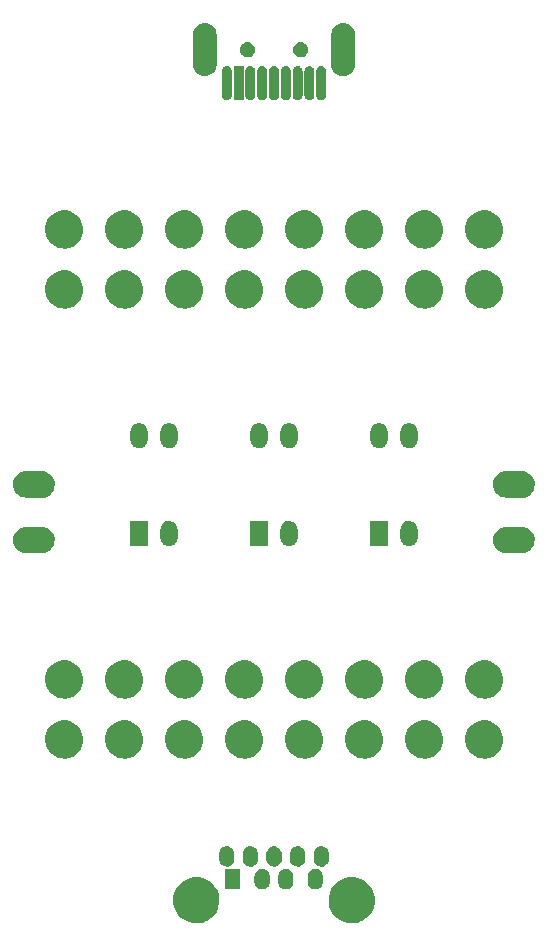
<source format=gts>
%TF.GenerationSoftware,KiCad,Pcbnew,4.0.1-stable*%
%TF.CreationDate,2016-02-23T23:31:04-05:00*%
%TF.ProjectId,USB Breakout v3.0,55534220427265616B6F75742076332E,3.0.1*%
%TF.FileFunction,Soldermask,Top*%
%FSLAX46Y46*%
G04 Gerber Fmt 4.6, Leading zero omitted, Abs format (unit mm)*
G04 Created by KiCad (PCBNEW 4.0.1-stable) date 2016-02-23 23:31:04*
%MOMM*%
G01*
G04 APERTURE LIST*
%ADD10C,0.025400*%
G04 APERTURE END LIST*
D10*
G36*
X24114900Y8659502D02*
X24489660Y8582575D01*
X24842339Y8434322D01*
X25159501Y8220394D01*
X25429080Y7948925D01*
X25640789Y7630279D01*
X25786577Y7276570D01*
X25860833Y6901551D01*
X25860833Y6901544D01*
X25860884Y6901286D01*
X25854782Y6464317D01*
X25854724Y6464062D01*
X25854724Y6464055D01*
X25770026Y6091253D01*
X25614419Y5741754D01*
X25393894Y5429141D01*
X25116843Y5165308D01*
X24793830Y4960319D01*
X24793828Y4960318D01*
X24718415Y4931067D01*
X24437144Y4821969D01*
X24060391Y4755537D01*
X23677897Y4763550D01*
X23304251Y4845701D01*
X22953680Y4998861D01*
X22639528Y5217203D01*
X22373775Y5492399D01*
X22166529Y5813981D01*
X22025696Y6169683D01*
X21956634Y6545973D01*
X21961976Y6928507D01*
X22041517Y7302716D01*
X22192228Y7654353D01*
X22408370Y7970020D01*
X22681704Y8237688D01*
X23001827Y8447171D01*
X23356546Y8590487D01*
X23732338Y8662173D01*
X24114900Y8659502D01*
X24114900Y8659502D01*
G37*
G36*
X37254900Y8659502D02*
X37629660Y8582575D01*
X37982339Y8434322D01*
X38299501Y8220394D01*
X38569080Y7948925D01*
X38780789Y7630279D01*
X38926577Y7276570D01*
X39000833Y6901551D01*
X39000833Y6901544D01*
X39000884Y6901286D01*
X38994782Y6464317D01*
X38994724Y6464062D01*
X38994724Y6464055D01*
X38910026Y6091253D01*
X38754419Y5741754D01*
X38533894Y5429141D01*
X38256843Y5165308D01*
X37933830Y4960319D01*
X37933828Y4960318D01*
X37858415Y4931067D01*
X37577144Y4821969D01*
X37200391Y4755537D01*
X36817897Y4763550D01*
X36444251Y4845701D01*
X36093680Y4998861D01*
X35779528Y5217203D01*
X35513775Y5492399D01*
X35306529Y5813981D01*
X35165696Y6169683D01*
X35096634Y6545973D01*
X35101976Y6928507D01*
X35181517Y7302716D01*
X35332228Y7654353D01*
X35548370Y7970020D01*
X35821704Y8237688D01*
X36141827Y8447171D01*
X36496546Y8590487D01*
X36872338Y8662173D01*
X37254900Y8659502D01*
X37254900Y8659502D01*
G37*
G36*
X29610825Y9351677D02*
X29610826Y9351677D01*
X29610862Y9351673D01*
X29732195Y9314114D01*
X29843923Y9253703D01*
X29941789Y9172741D01*
X30022065Y9074312D01*
X30081695Y8962166D01*
X30118406Y8840573D01*
X30130800Y8714165D01*
X30130800Y8285835D01*
X30130737Y8276748D01*
X30116578Y8150526D01*
X30078173Y8029458D01*
X30016984Y7918154D01*
X29935341Y7820856D01*
X29836354Y7741269D01*
X29723794Y7682424D01*
X29601948Y7646562D01*
X29601920Y7646559D01*
X29601912Y7646557D01*
X29475458Y7635050D01*
X29349175Y7648323D01*
X29349174Y7648323D01*
X29349138Y7648327D01*
X29227805Y7685886D01*
X29116077Y7746297D01*
X29018211Y7827259D01*
X28937935Y7925688D01*
X28878305Y8037834D01*
X28841594Y8159427D01*
X28829200Y8285835D01*
X28829200Y8714165D01*
X28829263Y8723252D01*
X28843422Y8849474D01*
X28881827Y8970542D01*
X28943016Y9081846D01*
X29024659Y9179144D01*
X29123646Y9258731D01*
X29236206Y9317576D01*
X29358052Y9353438D01*
X29358080Y9353441D01*
X29358088Y9353443D01*
X29484542Y9364950D01*
X29610825Y9351677D01*
X29610825Y9351677D01*
G37*
G36*
X34110825Y9351677D02*
X34110826Y9351677D01*
X34110862Y9351673D01*
X34232195Y9314114D01*
X34343923Y9253703D01*
X34441789Y9172741D01*
X34522065Y9074312D01*
X34581695Y8962166D01*
X34618406Y8840573D01*
X34630800Y8714165D01*
X34630800Y8285835D01*
X34630737Y8276748D01*
X34616578Y8150526D01*
X34578173Y8029458D01*
X34516984Y7918154D01*
X34435341Y7820856D01*
X34336354Y7741269D01*
X34223794Y7682424D01*
X34101948Y7646562D01*
X34101920Y7646559D01*
X34101912Y7646557D01*
X33975458Y7635050D01*
X33849175Y7648323D01*
X33849174Y7648323D01*
X33849138Y7648327D01*
X33727805Y7685886D01*
X33616077Y7746297D01*
X33518211Y7827259D01*
X33437935Y7925688D01*
X33378305Y8037834D01*
X33341594Y8159427D01*
X33329200Y8285835D01*
X33329200Y8714165D01*
X33329263Y8723252D01*
X33343422Y8849474D01*
X33381827Y8970542D01*
X33443016Y9081846D01*
X33524659Y9179144D01*
X33623646Y9258731D01*
X33736206Y9317576D01*
X33858052Y9353438D01*
X33858080Y9353441D01*
X33858088Y9353443D01*
X33984542Y9364950D01*
X34110825Y9351677D01*
X34110825Y9351677D01*
G37*
G36*
X31610825Y9351677D02*
X31610826Y9351677D01*
X31610862Y9351673D01*
X31732195Y9314114D01*
X31843923Y9253703D01*
X31941789Y9172741D01*
X32022065Y9074312D01*
X32081695Y8962166D01*
X32118406Y8840573D01*
X32130800Y8714165D01*
X32130800Y8285835D01*
X32130737Y8276748D01*
X32116578Y8150526D01*
X32078173Y8029458D01*
X32016984Y7918154D01*
X31935341Y7820856D01*
X31836354Y7741269D01*
X31723794Y7682424D01*
X31601948Y7646562D01*
X31601920Y7646559D01*
X31601912Y7646557D01*
X31475458Y7635050D01*
X31349175Y7648323D01*
X31349174Y7648323D01*
X31349138Y7648327D01*
X31227805Y7685886D01*
X31116077Y7746297D01*
X31018211Y7827259D01*
X30937935Y7925688D01*
X30878305Y8037834D01*
X30841594Y8159427D01*
X30829200Y8285835D01*
X30829200Y8714165D01*
X30829263Y8723252D01*
X30843422Y8849474D01*
X30881827Y8970542D01*
X30943016Y9081846D01*
X31024659Y9179144D01*
X31123646Y9258731D01*
X31236206Y9317576D01*
X31358052Y9353438D01*
X31358080Y9353441D01*
X31358088Y9353443D01*
X31484542Y9364950D01*
X31610825Y9351677D01*
X31610825Y9351677D01*
G37*
G36*
X27630800Y7639200D02*
X26329200Y7639200D01*
X26329200Y9360800D01*
X27630800Y9360800D01*
X27630800Y7639200D01*
X27630800Y7639200D01*
G37*
G36*
X28610825Y11271677D02*
X28610826Y11271677D01*
X28610862Y11271673D01*
X28732195Y11234114D01*
X28843923Y11173703D01*
X28941789Y11092741D01*
X29022065Y10994312D01*
X29081695Y10882166D01*
X29118406Y10760573D01*
X29130800Y10634165D01*
X29130800Y10205835D01*
X29130737Y10196748D01*
X29116578Y10070526D01*
X29078173Y9949458D01*
X29016984Y9838154D01*
X28935341Y9740856D01*
X28836354Y9661269D01*
X28723794Y9602424D01*
X28601948Y9566562D01*
X28601920Y9566559D01*
X28601912Y9566557D01*
X28475458Y9555050D01*
X28349175Y9568323D01*
X28349174Y9568323D01*
X28349138Y9568327D01*
X28227805Y9605886D01*
X28116077Y9666297D01*
X28018211Y9747259D01*
X27937935Y9845688D01*
X27878305Y9957834D01*
X27841594Y10079427D01*
X27829200Y10205835D01*
X27829200Y10634165D01*
X27829263Y10643252D01*
X27843422Y10769474D01*
X27881827Y10890542D01*
X27943016Y11001846D01*
X28024659Y11099144D01*
X28123646Y11178731D01*
X28236206Y11237576D01*
X28358052Y11273438D01*
X28358080Y11273441D01*
X28358088Y11273443D01*
X28484542Y11284950D01*
X28610825Y11271677D01*
X28610825Y11271677D01*
G37*
G36*
X26610825Y11271677D02*
X26610826Y11271677D01*
X26610862Y11271673D01*
X26732195Y11234114D01*
X26843923Y11173703D01*
X26941789Y11092741D01*
X27022065Y10994312D01*
X27081695Y10882166D01*
X27118406Y10760573D01*
X27130800Y10634165D01*
X27130800Y10205835D01*
X27130737Y10196748D01*
X27116578Y10070526D01*
X27078173Y9949458D01*
X27016984Y9838154D01*
X26935341Y9740856D01*
X26836354Y9661269D01*
X26723794Y9602424D01*
X26601948Y9566562D01*
X26601920Y9566559D01*
X26601912Y9566557D01*
X26475458Y9555050D01*
X26349175Y9568323D01*
X26349174Y9568323D01*
X26349138Y9568327D01*
X26227805Y9605886D01*
X26116077Y9666297D01*
X26018211Y9747259D01*
X25937935Y9845688D01*
X25878305Y9957834D01*
X25841594Y10079427D01*
X25829200Y10205835D01*
X25829200Y10634165D01*
X25829263Y10643252D01*
X25843422Y10769474D01*
X25881827Y10890542D01*
X25943016Y11001846D01*
X26024659Y11099144D01*
X26123646Y11178731D01*
X26236206Y11237576D01*
X26358052Y11273438D01*
X26358080Y11273441D01*
X26358088Y11273443D01*
X26484542Y11284950D01*
X26610825Y11271677D01*
X26610825Y11271677D01*
G37*
G36*
X30610825Y11271677D02*
X30610826Y11271677D01*
X30610862Y11271673D01*
X30732195Y11234114D01*
X30843923Y11173703D01*
X30941789Y11092741D01*
X31022065Y10994312D01*
X31081695Y10882166D01*
X31118406Y10760573D01*
X31130800Y10634165D01*
X31130800Y10205835D01*
X31130737Y10196748D01*
X31116578Y10070526D01*
X31078173Y9949458D01*
X31016984Y9838154D01*
X30935341Y9740856D01*
X30836354Y9661269D01*
X30723794Y9602424D01*
X30601948Y9566562D01*
X30601920Y9566559D01*
X30601912Y9566557D01*
X30475458Y9555050D01*
X30349175Y9568323D01*
X30349174Y9568323D01*
X30349138Y9568327D01*
X30227805Y9605886D01*
X30116077Y9666297D01*
X30018211Y9747259D01*
X29937935Y9845688D01*
X29878305Y9957834D01*
X29841594Y10079427D01*
X29829200Y10205835D01*
X29829200Y10634165D01*
X29829263Y10643252D01*
X29843422Y10769474D01*
X29881827Y10890542D01*
X29943016Y11001846D01*
X30024659Y11099144D01*
X30123646Y11178731D01*
X30236206Y11237576D01*
X30358052Y11273438D01*
X30358080Y11273441D01*
X30358088Y11273443D01*
X30484542Y11284950D01*
X30610825Y11271677D01*
X30610825Y11271677D01*
G37*
G36*
X32610825Y11271677D02*
X32610826Y11271677D01*
X32610862Y11271673D01*
X32732195Y11234114D01*
X32843923Y11173703D01*
X32941789Y11092741D01*
X33022065Y10994312D01*
X33081695Y10882166D01*
X33118406Y10760573D01*
X33130800Y10634165D01*
X33130800Y10205835D01*
X33130737Y10196748D01*
X33116578Y10070526D01*
X33078173Y9949458D01*
X33016984Y9838154D01*
X32935341Y9740856D01*
X32836354Y9661269D01*
X32723794Y9602424D01*
X32601948Y9566562D01*
X32601920Y9566559D01*
X32601912Y9566557D01*
X32475458Y9555050D01*
X32349175Y9568323D01*
X32349174Y9568323D01*
X32349138Y9568327D01*
X32227805Y9605886D01*
X32116077Y9666297D01*
X32018211Y9747259D01*
X31937935Y9845688D01*
X31878305Y9957834D01*
X31841594Y10079427D01*
X31829200Y10205835D01*
X31829200Y10634165D01*
X31829263Y10643252D01*
X31843422Y10769474D01*
X31881827Y10890542D01*
X31943016Y11001846D01*
X32024659Y11099144D01*
X32123646Y11178731D01*
X32236206Y11237576D01*
X32358052Y11273438D01*
X32358080Y11273441D01*
X32358088Y11273443D01*
X32484542Y11284950D01*
X32610825Y11271677D01*
X32610825Y11271677D01*
G37*
G36*
X34610825Y11271677D02*
X34610826Y11271677D01*
X34610862Y11271673D01*
X34732195Y11234114D01*
X34843923Y11173703D01*
X34941789Y11092741D01*
X35022065Y10994312D01*
X35081695Y10882166D01*
X35118406Y10760573D01*
X35130800Y10634165D01*
X35130800Y10205835D01*
X35130737Y10196748D01*
X35116578Y10070526D01*
X35078173Y9949458D01*
X35016984Y9838154D01*
X34935341Y9740856D01*
X34836354Y9661269D01*
X34723794Y9602424D01*
X34601948Y9566562D01*
X34601920Y9566559D01*
X34601912Y9566557D01*
X34475458Y9555050D01*
X34349175Y9568323D01*
X34349174Y9568323D01*
X34349138Y9568327D01*
X34227805Y9605886D01*
X34116077Y9666297D01*
X34018211Y9747259D01*
X33937935Y9845688D01*
X33878305Y9957834D01*
X33841594Y10079427D01*
X33829200Y10205835D01*
X33829200Y10634165D01*
X33829263Y10643252D01*
X33843422Y10769474D01*
X33881827Y10890542D01*
X33943016Y11001846D01*
X34024659Y11099144D01*
X34123646Y11178731D01*
X34236206Y11237576D01*
X34358052Y11273438D01*
X34358080Y11273441D01*
X34358088Y11273443D01*
X34484542Y11284950D01*
X34610825Y11271677D01*
X34610825Y11271677D01*
G37*
G36*
X12869408Y21931827D02*
X13179257Y21868224D01*
X13470848Y21745650D01*
X13733073Y21568778D01*
X13955960Y21344329D01*
X14130997Y21080877D01*
X14251534Y20788433D01*
X14312918Y20478418D01*
X14312918Y20478411D01*
X14312969Y20478153D01*
X14307924Y20116872D01*
X14307866Y20116617D01*
X14307866Y20116610D01*
X14237849Y19808427D01*
X14109195Y19519464D01*
X13926866Y19260997D01*
X13697808Y19042868D01*
X13430741Y18873383D01*
X13135837Y18758997D01*
X12824342Y18704071D01*
X12508099Y18710696D01*
X12199174Y18778618D01*
X11909326Y18905249D01*
X11649590Y19085770D01*
X11429864Y19313303D01*
X11258517Y19579182D01*
X11142078Y19873272D01*
X11084978Y20184384D01*
X11089395Y20500660D01*
X11155158Y20810051D01*
X11279765Y21100781D01*
X11458468Y21361771D01*
X11684458Y21583075D01*
X11949134Y21756275D01*
X12242409Y21874765D01*
X12553111Y21934035D01*
X12869408Y21931827D01*
X12869408Y21931827D01*
G37*
G36*
X28109408Y21931827D02*
X28419257Y21868224D01*
X28710848Y21745650D01*
X28973073Y21568778D01*
X29195960Y21344329D01*
X29370997Y21080877D01*
X29491534Y20788433D01*
X29552918Y20478418D01*
X29552918Y20478411D01*
X29552969Y20478153D01*
X29547924Y20116872D01*
X29547866Y20116617D01*
X29547866Y20116610D01*
X29477849Y19808427D01*
X29349195Y19519464D01*
X29166866Y19260997D01*
X28937808Y19042868D01*
X28670741Y18873383D01*
X28375837Y18758997D01*
X28064342Y18704071D01*
X27748099Y18710696D01*
X27439174Y18778618D01*
X27149326Y18905249D01*
X26889590Y19085770D01*
X26669864Y19313303D01*
X26498517Y19579182D01*
X26382078Y19873272D01*
X26324978Y20184384D01*
X26329395Y20500660D01*
X26395158Y20810051D01*
X26519765Y21100781D01*
X26698468Y21361771D01*
X26924458Y21583075D01*
X27189134Y21756275D01*
X27482409Y21874765D01*
X27793111Y21934035D01*
X28109408Y21931827D01*
X28109408Y21931827D01*
G37*
G36*
X38269408Y21931827D02*
X38579257Y21868224D01*
X38870848Y21745650D01*
X39133073Y21568778D01*
X39355960Y21344329D01*
X39530997Y21080877D01*
X39651534Y20788433D01*
X39712918Y20478418D01*
X39712918Y20478411D01*
X39712969Y20478153D01*
X39707924Y20116872D01*
X39707866Y20116617D01*
X39707866Y20116610D01*
X39637849Y19808427D01*
X39509195Y19519464D01*
X39326866Y19260997D01*
X39097808Y19042868D01*
X38830741Y18873383D01*
X38535837Y18758997D01*
X38224342Y18704071D01*
X37908099Y18710696D01*
X37599174Y18778618D01*
X37309326Y18905249D01*
X37049590Y19085770D01*
X36829864Y19313303D01*
X36658517Y19579182D01*
X36542078Y19873272D01*
X36484978Y20184384D01*
X36489395Y20500660D01*
X36555158Y20810051D01*
X36679765Y21100781D01*
X36858468Y21361771D01*
X37084458Y21583075D01*
X37349134Y21756275D01*
X37642409Y21874765D01*
X37953111Y21934035D01*
X38269408Y21931827D01*
X38269408Y21931827D01*
G37*
G36*
X43349408Y21931827D02*
X43659257Y21868224D01*
X43950848Y21745650D01*
X44213073Y21568778D01*
X44435960Y21344329D01*
X44610997Y21080877D01*
X44731534Y20788433D01*
X44792918Y20478418D01*
X44792918Y20478411D01*
X44792969Y20478153D01*
X44787924Y20116872D01*
X44787866Y20116617D01*
X44787866Y20116610D01*
X44717849Y19808427D01*
X44589195Y19519464D01*
X44406866Y19260997D01*
X44177808Y19042868D01*
X43910741Y18873383D01*
X43615837Y18758997D01*
X43304342Y18704071D01*
X42988099Y18710696D01*
X42679174Y18778618D01*
X42389326Y18905249D01*
X42129590Y19085770D01*
X41909864Y19313303D01*
X41738517Y19579182D01*
X41622078Y19873272D01*
X41564978Y20184384D01*
X41569395Y20500660D01*
X41635158Y20810051D01*
X41759765Y21100781D01*
X41938468Y21361771D01*
X42164458Y21583075D01*
X42429134Y21756275D01*
X42722409Y21874765D01*
X43033111Y21934035D01*
X43349408Y21931827D01*
X43349408Y21931827D01*
G37*
G36*
X48429408Y21931827D02*
X48739257Y21868224D01*
X49030848Y21745650D01*
X49293073Y21568778D01*
X49515960Y21344329D01*
X49690997Y21080877D01*
X49811534Y20788433D01*
X49872918Y20478418D01*
X49872918Y20478411D01*
X49872969Y20478153D01*
X49867924Y20116872D01*
X49867866Y20116617D01*
X49867866Y20116610D01*
X49797849Y19808427D01*
X49669195Y19519464D01*
X49486866Y19260997D01*
X49257808Y19042868D01*
X48990741Y18873383D01*
X48695837Y18758997D01*
X48384342Y18704071D01*
X48068099Y18710696D01*
X47759174Y18778618D01*
X47469326Y18905249D01*
X47209590Y19085770D01*
X46989864Y19313303D01*
X46818517Y19579182D01*
X46702078Y19873272D01*
X46644978Y20184384D01*
X46649395Y20500660D01*
X46715158Y20810051D01*
X46839765Y21100781D01*
X47018468Y21361771D01*
X47244458Y21583075D01*
X47509134Y21756275D01*
X47802409Y21874765D01*
X48113111Y21934035D01*
X48429408Y21931827D01*
X48429408Y21931827D01*
G37*
G36*
X23029408Y21931827D02*
X23339257Y21868224D01*
X23630848Y21745650D01*
X23893073Y21568778D01*
X24115960Y21344329D01*
X24290997Y21080877D01*
X24411534Y20788433D01*
X24472918Y20478418D01*
X24472918Y20478411D01*
X24472969Y20478153D01*
X24467924Y20116872D01*
X24467866Y20116617D01*
X24467866Y20116610D01*
X24397849Y19808427D01*
X24269195Y19519464D01*
X24086866Y19260997D01*
X23857808Y19042868D01*
X23590741Y18873383D01*
X23295837Y18758997D01*
X22984342Y18704071D01*
X22668099Y18710696D01*
X22359174Y18778618D01*
X22069326Y18905249D01*
X21809590Y19085770D01*
X21589864Y19313303D01*
X21418517Y19579182D01*
X21302078Y19873272D01*
X21244978Y20184384D01*
X21249395Y20500660D01*
X21315158Y20810051D01*
X21439765Y21100781D01*
X21618468Y21361771D01*
X21844458Y21583075D01*
X22109134Y21756275D01*
X22402409Y21874765D01*
X22713111Y21934035D01*
X23029408Y21931827D01*
X23029408Y21931827D01*
G37*
G36*
X17949408Y21931827D02*
X18259257Y21868224D01*
X18550848Y21745650D01*
X18813073Y21568778D01*
X19035960Y21344329D01*
X19210997Y21080877D01*
X19331534Y20788433D01*
X19392918Y20478418D01*
X19392918Y20478411D01*
X19392969Y20478153D01*
X19387924Y20116872D01*
X19387866Y20116617D01*
X19387866Y20116610D01*
X19317849Y19808427D01*
X19189195Y19519464D01*
X19006866Y19260997D01*
X18777808Y19042868D01*
X18510741Y18873383D01*
X18215837Y18758997D01*
X17904342Y18704071D01*
X17588099Y18710696D01*
X17279174Y18778618D01*
X16989326Y18905249D01*
X16729590Y19085770D01*
X16509864Y19313303D01*
X16338517Y19579182D01*
X16222078Y19873272D01*
X16164978Y20184384D01*
X16169395Y20500660D01*
X16235158Y20810051D01*
X16359765Y21100781D01*
X16538468Y21361771D01*
X16764458Y21583075D01*
X17029134Y21756275D01*
X17322409Y21874765D01*
X17633111Y21934035D01*
X17949408Y21931827D01*
X17949408Y21931827D01*
G37*
G36*
X33189408Y21931827D02*
X33499257Y21868224D01*
X33790848Y21745650D01*
X34053073Y21568778D01*
X34275960Y21344329D01*
X34450997Y21080877D01*
X34571534Y20788433D01*
X34632918Y20478418D01*
X34632918Y20478411D01*
X34632969Y20478153D01*
X34627924Y20116872D01*
X34627866Y20116617D01*
X34627866Y20116610D01*
X34557849Y19808427D01*
X34429195Y19519464D01*
X34246866Y19260997D01*
X34017808Y19042868D01*
X33750741Y18873383D01*
X33455837Y18758997D01*
X33144342Y18704071D01*
X32828099Y18710696D01*
X32519174Y18778618D01*
X32229326Y18905249D01*
X31969590Y19085770D01*
X31749864Y19313303D01*
X31578517Y19579182D01*
X31462078Y19873272D01*
X31404978Y20184384D01*
X31409395Y20500660D01*
X31475158Y20810051D01*
X31599765Y21100781D01*
X31778468Y21361771D01*
X32004458Y21583075D01*
X32269134Y21756275D01*
X32562409Y21874765D01*
X32873111Y21934035D01*
X33189408Y21931827D01*
X33189408Y21931827D01*
G37*
G36*
X48429408Y27011827D02*
X48739257Y26948224D01*
X49030848Y26825650D01*
X49293073Y26648778D01*
X49515960Y26424329D01*
X49690997Y26160877D01*
X49811534Y25868433D01*
X49872918Y25558418D01*
X49872918Y25558411D01*
X49872969Y25558153D01*
X49867924Y25196872D01*
X49867866Y25196617D01*
X49867866Y25196610D01*
X49797849Y24888427D01*
X49669195Y24599464D01*
X49486866Y24340997D01*
X49257808Y24122868D01*
X48990741Y23953383D01*
X48695837Y23838997D01*
X48384342Y23784071D01*
X48068099Y23790696D01*
X47759174Y23858618D01*
X47469326Y23985249D01*
X47209590Y24165770D01*
X46989864Y24393303D01*
X46818517Y24659182D01*
X46702078Y24953272D01*
X46644978Y25264384D01*
X46649395Y25580660D01*
X46715158Y25890051D01*
X46839765Y26180781D01*
X47018468Y26441771D01*
X47244458Y26663075D01*
X47509134Y26836275D01*
X47802409Y26954765D01*
X48113111Y27014035D01*
X48429408Y27011827D01*
X48429408Y27011827D01*
G37*
G36*
X12869408Y27011827D02*
X13179257Y26948224D01*
X13470848Y26825650D01*
X13733073Y26648778D01*
X13955960Y26424329D01*
X14130997Y26160877D01*
X14251534Y25868433D01*
X14312918Y25558418D01*
X14312918Y25558411D01*
X14312969Y25558153D01*
X14307924Y25196872D01*
X14307866Y25196617D01*
X14307866Y25196610D01*
X14237849Y24888427D01*
X14109195Y24599464D01*
X13926866Y24340997D01*
X13697808Y24122868D01*
X13430741Y23953383D01*
X13135837Y23838997D01*
X12824342Y23784071D01*
X12508099Y23790696D01*
X12199174Y23858618D01*
X11909326Y23985249D01*
X11649590Y24165770D01*
X11429864Y24393303D01*
X11258517Y24659182D01*
X11142078Y24953272D01*
X11084978Y25264384D01*
X11089395Y25580660D01*
X11155158Y25890051D01*
X11279765Y26180781D01*
X11458468Y26441771D01*
X11684458Y26663075D01*
X11949134Y26836275D01*
X12242409Y26954765D01*
X12553111Y27014035D01*
X12869408Y27011827D01*
X12869408Y27011827D01*
G37*
G36*
X17949408Y27011827D02*
X18259257Y26948224D01*
X18550848Y26825650D01*
X18813073Y26648778D01*
X19035960Y26424329D01*
X19210997Y26160877D01*
X19331534Y25868433D01*
X19392918Y25558418D01*
X19392918Y25558411D01*
X19392969Y25558153D01*
X19387924Y25196872D01*
X19387866Y25196617D01*
X19387866Y25196610D01*
X19317849Y24888427D01*
X19189195Y24599464D01*
X19006866Y24340997D01*
X18777808Y24122868D01*
X18510741Y23953383D01*
X18215837Y23838997D01*
X17904342Y23784071D01*
X17588099Y23790696D01*
X17279174Y23858618D01*
X16989326Y23985249D01*
X16729590Y24165770D01*
X16509864Y24393303D01*
X16338517Y24659182D01*
X16222078Y24953272D01*
X16164978Y25264384D01*
X16169395Y25580660D01*
X16235158Y25890051D01*
X16359765Y26180781D01*
X16538468Y26441771D01*
X16764458Y26663075D01*
X17029134Y26836275D01*
X17322409Y26954765D01*
X17633111Y27014035D01*
X17949408Y27011827D01*
X17949408Y27011827D01*
G37*
G36*
X23029408Y27011827D02*
X23339257Y26948224D01*
X23630848Y26825650D01*
X23893073Y26648778D01*
X24115960Y26424329D01*
X24290997Y26160877D01*
X24411534Y25868433D01*
X24472918Y25558418D01*
X24472918Y25558411D01*
X24472969Y25558153D01*
X24467924Y25196872D01*
X24467866Y25196617D01*
X24467866Y25196610D01*
X24397849Y24888427D01*
X24269195Y24599464D01*
X24086866Y24340997D01*
X23857808Y24122868D01*
X23590741Y23953383D01*
X23295837Y23838997D01*
X22984342Y23784071D01*
X22668099Y23790696D01*
X22359174Y23858618D01*
X22069326Y23985249D01*
X21809590Y24165770D01*
X21589864Y24393303D01*
X21418517Y24659182D01*
X21302078Y24953272D01*
X21244978Y25264384D01*
X21249395Y25580660D01*
X21315158Y25890051D01*
X21439765Y26180781D01*
X21618468Y26441771D01*
X21844458Y26663075D01*
X22109134Y26836275D01*
X22402409Y26954765D01*
X22713111Y27014035D01*
X23029408Y27011827D01*
X23029408Y27011827D01*
G37*
G36*
X28109408Y27011827D02*
X28419257Y26948224D01*
X28710848Y26825650D01*
X28973073Y26648778D01*
X29195960Y26424329D01*
X29370997Y26160877D01*
X29491534Y25868433D01*
X29552918Y25558418D01*
X29552918Y25558411D01*
X29552969Y25558153D01*
X29547924Y25196872D01*
X29547866Y25196617D01*
X29547866Y25196610D01*
X29477849Y24888427D01*
X29349195Y24599464D01*
X29166866Y24340997D01*
X28937808Y24122868D01*
X28670741Y23953383D01*
X28375837Y23838997D01*
X28064342Y23784071D01*
X27748099Y23790696D01*
X27439174Y23858618D01*
X27149326Y23985249D01*
X26889590Y24165770D01*
X26669864Y24393303D01*
X26498517Y24659182D01*
X26382078Y24953272D01*
X26324978Y25264384D01*
X26329395Y25580660D01*
X26395158Y25890051D01*
X26519765Y26180781D01*
X26698468Y26441771D01*
X26924458Y26663075D01*
X27189134Y26836275D01*
X27482409Y26954765D01*
X27793111Y27014035D01*
X28109408Y27011827D01*
X28109408Y27011827D01*
G37*
G36*
X33189408Y27011827D02*
X33499257Y26948224D01*
X33790848Y26825650D01*
X34053073Y26648778D01*
X34275960Y26424329D01*
X34450997Y26160877D01*
X34571534Y25868433D01*
X34632918Y25558418D01*
X34632918Y25558411D01*
X34632969Y25558153D01*
X34627924Y25196872D01*
X34627866Y25196617D01*
X34627866Y25196610D01*
X34557849Y24888427D01*
X34429195Y24599464D01*
X34246866Y24340997D01*
X34017808Y24122868D01*
X33750741Y23953383D01*
X33455837Y23838997D01*
X33144342Y23784071D01*
X32828099Y23790696D01*
X32519174Y23858618D01*
X32229326Y23985249D01*
X31969590Y24165770D01*
X31749864Y24393303D01*
X31578517Y24659182D01*
X31462078Y24953272D01*
X31404978Y25264384D01*
X31409395Y25580660D01*
X31475158Y25890051D01*
X31599765Y26180781D01*
X31778468Y26441771D01*
X32004458Y26663075D01*
X32269134Y26836275D01*
X32562409Y26954765D01*
X32873111Y27014035D01*
X33189408Y27011827D01*
X33189408Y27011827D01*
G37*
G36*
X38269408Y27011827D02*
X38579257Y26948224D01*
X38870848Y26825650D01*
X39133073Y26648778D01*
X39355960Y26424329D01*
X39530997Y26160877D01*
X39651534Y25868433D01*
X39712918Y25558418D01*
X39712918Y25558411D01*
X39712969Y25558153D01*
X39707924Y25196872D01*
X39707866Y25196617D01*
X39707866Y25196610D01*
X39637849Y24888427D01*
X39509195Y24599464D01*
X39326866Y24340997D01*
X39097808Y24122868D01*
X38830741Y23953383D01*
X38535837Y23838997D01*
X38224342Y23784071D01*
X37908099Y23790696D01*
X37599174Y23858618D01*
X37309326Y23985249D01*
X37049590Y24165770D01*
X36829864Y24393303D01*
X36658517Y24659182D01*
X36542078Y24953272D01*
X36484978Y25264384D01*
X36489395Y25580660D01*
X36555158Y25890051D01*
X36679765Y26180781D01*
X36858468Y26441771D01*
X37084458Y26663075D01*
X37349134Y26836275D01*
X37642409Y26954765D01*
X37953111Y27014035D01*
X38269408Y27011827D01*
X38269408Y27011827D01*
G37*
G36*
X43349408Y27011827D02*
X43659257Y26948224D01*
X43950848Y26825650D01*
X44213073Y26648778D01*
X44435960Y26424329D01*
X44610997Y26160877D01*
X44731534Y25868433D01*
X44792918Y25558418D01*
X44792918Y25558411D01*
X44792969Y25558153D01*
X44787924Y25196872D01*
X44787866Y25196617D01*
X44787866Y25196610D01*
X44717849Y24888427D01*
X44589195Y24599464D01*
X44406866Y24340997D01*
X44177808Y24122868D01*
X43910741Y23953383D01*
X43615837Y23838997D01*
X43304342Y23784071D01*
X42988099Y23790696D01*
X42679174Y23858618D01*
X42389326Y23985249D01*
X42129590Y24165770D01*
X41909864Y24393303D01*
X41738517Y24659182D01*
X41622078Y24953272D01*
X41564978Y25264384D01*
X41569395Y25580660D01*
X41635158Y25890051D01*
X41759765Y26180781D01*
X41938468Y26441771D01*
X42164458Y26663075D01*
X42429134Y26836275D01*
X42722409Y26954765D01*
X43033111Y27014035D01*
X43349408Y27011827D01*
X43349408Y27011827D01*
G37*
G36*
X10807640Y38335702D02*
X10807651Y38335701D01*
X10809190Y38335690D01*
X11027538Y38311199D01*
X11236971Y38244763D01*
X11429511Y38138913D01*
X11597824Y37997681D01*
X11735500Y37826447D01*
X11837295Y37631732D01*
X11899330Y37420954D01*
X11899332Y37420931D01*
X11899336Y37420918D01*
X11919246Y37202142D01*
X11896283Y36983663D01*
X11896280Y36983653D01*
X11896277Y36983626D01*
X11831305Y36773735D01*
X11726801Y36580461D01*
X11586748Y36411165D01*
X11416479Y36272297D01*
X11222480Y36169146D01*
X11012140Y36105641D01*
X10793471Y36084200D01*
X9526465Y36084200D01*
X9512360Y36084298D01*
X9512349Y36084299D01*
X9510810Y36084310D01*
X9292462Y36108801D01*
X9083029Y36175237D01*
X8890489Y36281087D01*
X8722176Y36422319D01*
X8584500Y36593553D01*
X8482705Y36788268D01*
X8420670Y36999046D01*
X8420668Y36999069D01*
X8420664Y36999082D01*
X8400754Y37217858D01*
X8423717Y37436337D01*
X8423720Y37436347D01*
X8423723Y37436374D01*
X8488695Y37646265D01*
X8593199Y37839539D01*
X8733252Y38008835D01*
X8903521Y38147703D01*
X9097520Y38250854D01*
X9307860Y38314359D01*
X9526529Y38335800D01*
X10793535Y38335800D01*
X10807640Y38335702D01*
X10807640Y38335702D01*
G37*
G36*
X51447640Y38335702D02*
X51447651Y38335701D01*
X51449190Y38335690D01*
X51667538Y38311199D01*
X51876971Y38244763D01*
X52069511Y38138913D01*
X52237824Y37997681D01*
X52375500Y37826447D01*
X52477295Y37631732D01*
X52539330Y37420954D01*
X52539332Y37420931D01*
X52539336Y37420918D01*
X52559246Y37202142D01*
X52536283Y36983663D01*
X52536280Y36983653D01*
X52536277Y36983626D01*
X52471305Y36773735D01*
X52366801Y36580461D01*
X52226748Y36411165D01*
X52056479Y36272297D01*
X51862480Y36169146D01*
X51652140Y36105641D01*
X51433471Y36084200D01*
X50166465Y36084200D01*
X50152360Y36084298D01*
X50152349Y36084299D01*
X50150810Y36084310D01*
X49932462Y36108801D01*
X49723029Y36175237D01*
X49530489Y36281087D01*
X49362176Y36422319D01*
X49224500Y36593553D01*
X49122705Y36788268D01*
X49060670Y36999046D01*
X49060668Y36999069D01*
X49060664Y36999082D01*
X49040754Y37217858D01*
X49063717Y37436337D01*
X49063720Y37436347D01*
X49063723Y37436374D01*
X49128695Y37646265D01*
X49233199Y37839539D01*
X49373252Y38008835D01*
X49543521Y38147703D01*
X49737520Y38250854D01*
X49947860Y38314359D01*
X50166529Y38335800D01*
X51433535Y38335800D01*
X51447640Y38335702D01*
X51447640Y38335702D01*
G37*
G36*
X31895903Y38816127D02*
X31895912Y38816124D01*
X31895942Y38816121D01*
X32031259Y38774233D01*
X32155862Y38706860D01*
X32265006Y38616569D01*
X32354534Y38506797D01*
X32421036Y38381726D01*
X32461977Y38246120D01*
X32475800Y38105145D01*
X32475800Y37419791D01*
X32475741Y37411272D01*
X32475740Y37411261D01*
X32475729Y37409721D01*
X32459940Y37268953D01*
X32417108Y37133932D01*
X32348867Y37009802D01*
X32257816Y36901291D01*
X32147421Y36812531D01*
X32021889Y36746905D01*
X31886001Y36706911D01*
X31885975Y36706909D01*
X31885966Y36706906D01*
X31744933Y36694071D01*
X31604097Y36708873D01*
X31604088Y36708876D01*
X31604058Y36708879D01*
X31468741Y36750767D01*
X31344138Y36818140D01*
X31234994Y36908431D01*
X31145466Y37018203D01*
X31078964Y37143274D01*
X31038023Y37278880D01*
X31024200Y37419855D01*
X31024200Y38105209D01*
X31024259Y38113728D01*
X31024260Y38113739D01*
X31024271Y38115279D01*
X31040060Y38256047D01*
X31082892Y38391068D01*
X31151133Y38515198D01*
X31242184Y38623709D01*
X31352579Y38712469D01*
X31478111Y38778095D01*
X31613999Y38818089D01*
X31614025Y38818091D01*
X31614034Y38818094D01*
X31755067Y38830929D01*
X31895903Y38816127D01*
X31895903Y38816127D01*
G37*
G36*
X21735903Y38816127D02*
X21735912Y38816124D01*
X21735942Y38816121D01*
X21871259Y38774233D01*
X21995862Y38706860D01*
X22105006Y38616569D01*
X22194534Y38506797D01*
X22261036Y38381726D01*
X22301977Y38246120D01*
X22315800Y38105145D01*
X22315800Y37419791D01*
X22315741Y37411272D01*
X22315740Y37411261D01*
X22315729Y37409721D01*
X22299940Y37268953D01*
X22257108Y37133932D01*
X22188867Y37009802D01*
X22097816Y36901291D01*
X21987421Y36812531D01*
X21861889Y36746905D01*
X21726001Y36706911D01*
X21725975Y36706909D01*
X21725966Y36706906D01*
X21584933Y36694071D01*
X21444097Y36708873D01*
X21444088Y36708876D01*
X21444058Y36708879D01*
X21308741Y36750767D01*
X21184138Y36818140D01*
X21074994Y36908431D01*
X20985466Y37018203D01*
X20918964Y37143274D01*
X20878023Y37278880D01*
X20864200Y37419855D01*
X20864200Y38105209D01*
X20864259Y38113728D01*
X20864260Y38113739D01*
X20864271Y38115279D01*
X20880060Y38256047D01*
X20922892Y38391068D01*
X20991133Y38515198D01*
X21082184Y38623709D01*
X21192579Y38712469D01*
X21318111Y38778095D01*
X21453999Y38818089D01*
X21454025Y38818091D01*
X21454034Y38818094D01*
X21595067Y38830929D01*
X21735903Y38816127D01*
X21735903Y38816127D01*
G37*
G36*
X42055903Y38816127D02*
X42055912Y38816124D01*
X42055942Y38816121D01*
X42191259Y38774233D01*
X42315862Y38706860D01*
X42425006Y38616569D01*
X42514534Y38506797D01*
X42581036Y38381726D01*
X42621977Y38246120D01*
X42635800Y38105145D01*
X42635800Y37419791D01*
X42635741Y37411272D01*
X42635740Y37411261D01*
X42635729Y37409721D01*
X42619940Y37268953D01*
X42577108Y37133932D01*
X42508867Y37009802D01*
X42417816Y36901291D01*
X42307421Y36812531D01*
X42181889Y36746905D01*
X42046001Y36706911D01*
X42045975Y36706909D01*
X42045966Y36706906D01*
X41904933Y36694071D01*
X41764097Y36708873D01*
X41764088Y36708876D01*
X41764058Y36708879D01*
X41628741Y36750767D01*
X41504138Y36818140D01*
X41394994Y36908431D01*
X41305466Y37018203D01*
X41238964Y37143274D01*
X41198023Y37278880D01*
X41184200Y37419855D01*
X41184200Y38105209D01*
X41184259Y38113728D01*
X41184260Y38113739D01*
X41184271Y38115279D01*
X41200060Y38256047D01*
X41242892Y38391068D01*
X41311133Y38515198D01*
X41402184Y38623709D01*
X41512579Y38712469D01*
X41638111Y38778095D01*
X41773999Y38818089D01*
X41774025Y38818091D01*
X41774034Y38818094D01*
X41915067Y38830929D01*
X42055903Y38816127D01*
X42055903Y38816127D01*
G37*
G36*
X40095800Y36699200D02*
X38644200Y36699200D01*
X38644200Y38825800D01*
X40095800Y38825800D01*
X40095800Y36699200D01*
X40095800Y36699200D01*
G37*
G36*
X19775800Y36699200D02*
X18324200Y36699200D01*
X18324200Y38825800D01*
X19775800Y38825800D01*
X19775800Y36699200D01*
X19775800Y36699200D01*
G37*
G36*
X29935800Y36699200D02*
X28484200Y36699200D01*
X28484200Y38825800D01*
X29935800Y38825800D01*
X29935800Y36699200D01*
X29935800Y36699200D01*
G37*
G36*
X10807640Y43035702D02*
X10807651Y43035701D01*
X10809190Y43035690D01*
X11027538Y43011199D01*
X11236971Y42944763D01*
X11429511Y42838913D01*
X11597824Y42697681D01*
X11735500Y42526447D01*
X11837295Y42331732D01*
X11899330Y42120954D01*
X11899332Y42120931D01*
X11899336Y42120918D01*
X11919246Y41902142D01*
X11896283Y41683663D01*
X11896280Y41683653D01*
X11896277Y41683626D01*
X11831305Y41473735D01*
X11726801Y41280461D01*
X11586748Y41111165D01*
X11416479Y40972297D01*
X11222480Y40869146D01*
X11012140Y40805641D01*
X10793471Y40784200D01*
X9526465Y40784200D01*
X9512360Y40784298D01*
X9512349Y40784299D01*
X9510810Y40784310D01*
X9292462Y40808801D01*
X9083029Y40875237D01*
X8890489Y40981087D01*
X8722176Y41122319D01*
X8584500Y41293553D01*
X8482705Y41488268D01*
X8420670Y41699046D01*
X8420668Y41699069D01*
X8420664Y41699082D01*
X8400754Y41917858D01*
X8423717Y42136337D01*
X8423720Y42136347D01*
X8423723Y42136374D01*
X8488695Y42346265D01*
X8593199Y42539539D01*
X8733252Y42708835D01*
X8903521Y42847703D01*
X9097520Y42950854D01*
X9307860Y43014359D01*
X9526529Y43035800D01*
X10793535Y43035800D01*
X10807640Y43035702D01*
X10807640Y43035702D01*
G37*
G36*
X51447640Y43035702D02*
X51447651Y43035701D01*
X51449190Y43035690D01*
X51667538Y43011199D01*
X51876971Y42944763D01*
X52069511Y42838913D01*
X52237824Y42697681D01*
X52375500Y42526447D01*
X52477295Y42331732D01*
X52539330Y42120954D01*
X52539332Y42120931D01*
X52539336Y42120918D01*
X52559246Y41902142D01*
X52536283Y41683663D01*
X52536280Y41683653D01*
X52536277Y41683626D01*
X52471305Y41473735D01*
X52366801Y41280461D01*
X52226748Y41111165D01*
X52056479Y40972297D01*
X51862480Y40869146D01*
X51652140Y40805641D01*
X51433471Y40784200D01*
X50166465Y40784200D01*
X50152360Y40784298D01*
X50152349Y40784299D01*
X50150810Y40784310D01*
X49932462Y40808801D01*
X49723029Y40875237D01*
X49530489Y40981087D01*
X49362176Y41122319D01*
X49224500Y41293553D01*
X49122705Y41488268D01*
X49060670Y41699046D01*
X49060668Y41699069D01*
X49060664Y41699082D01*
X49040754Y41917858D01*
X49063717Y42136337D01*
X49063720Y42136347D01*
X49063723Y42136374D01*
X49128695Y42346265D01*
X49233199Y42539539D01*
X49373252Y42708835D01*
X49543521Y42847703D01*
X49737520Y42950854D01*
X49947860Y43014359D01*
X50166529Y43035800D01*
X51433535Y43035800D01*
X51447640Y43035702D01*
X51447640Y43035702D01*
G37*
G36*
X19195903Y47111127D02*
X19195912Y47111124D01*
X19195942Y47111121D01*
X19331259Y47069233D01*
X19455862Y47001860D01*
X19565006Y46911569D01*
X19654534Y46801797D01*
X19721036Y46676726D01*
X19761977Y46541120D01*
X19775800Y46400145D01*
X19775800Y45714791D01*
X19775741Y45706272D01*
X19775740Y45706261D01*
X19775729Y45704721D01*
X19759940Y45563953D01*
X19717108Y45428932D01*
X19648867Y45304802D01*
X19557816Y45196291D01*
X19447421Y45107531D01*
X19321889Y45041905D01*
X19186001Y45001911D01*
X19185975Y45001909D01*
X19185966Y45001906D01*
X19044933Y44989071D01*
X18904097Y45003873D01*
X18904088Y45003876D01*
X18904058Y45003879D01*
X18768741Y45045767D01*
X18644138Y45113140D01*
X18534994Y45203431D01*
X18445466Y45313203D01*
X18378964Y45438274D01*
X18338023Y45573880D01*
X18324200Y45714855D01*
X18324200Y46400209D01*
X18324259Y46408728D01*
X18324260Y46408739D01*
X18324271Y46410279D01*
X18340060Y46551047D01*
X18382892Y46686068D01*
X18451133Y46810198D01*
X18542184Y46918709D01*
X18652579Y47007469D01*
X18778111Y47073095D01*
X18913999Y47113089D01*
X18914025Y47113091D01*
X18914034Y47113094D01*
X19055067Y47125929D01*
X19195903Y47111127D01*
X19195903Y47111127D01*
G37*
G36*
X42055903Y47111127D02*
X42055912Y47111124D01*
X42055942Y47111121D01*
X42191259Y47069233D01*
X42315862Y47001860D01*
X42425006Y46911569D01*
X42514534Y46801797D01*
X42581036Y46676726D01*
X42621977Y46541120D01*
X42635800Y46400145D01*
X42635800Y45714791D01*
X42635741Y45706272D01*
X42635740Y45706261D01*
X42635729Y45704721D01*
X42619940Y45563953D01*
X42577108Y45428932D01*
X42508867Y45304802D01*
X42417816Y45196291D01*
X42307421Y45107531D01*
X42181889Y45041905D01*
X42046001Y45001911D01*
X42045975Y45001909D01*
X42045966Y45001906D01*
X41904933Y44989071D01*
X41764097Y45003873D01*
X41764088Y45003876D01*
X41764058Y45003879D01*
X41628741Y45045767D01*
X41504138Y45113140D01*
X41394994Y45203431D01*
X41305466Y45313203D01*
X41238964Y45438274D01*
X41198023Y45573880D01*
X41184200Y45714855D01*
X41184200Y46400209D01*
X41184259Y46408728D01*
X41184260Y46408739D01*
X41184271Y46410279D01*
X41200060Y46551047D01*
X41242892Y46686068D01*
X41311133Y46810198D01*
X41402184Y46918709D01*
X41512579Y47007469D01*
X41638111Y47073095D01*
X41773999Y47113089D01*
X41774025Y47113091D01*
X41774034Y47113094D01*
X41915067Y47125929D01*
X42055903Y47111127D01*
X42055903Y47111127D01*
G37*
G36*
X39515903Y47111127D02*
X39515912Y47111124D01*
X39515942Y47111121D01*
X39651259Y47069233D01*
X39775862Y47001860D01*
X39885006Y46911569D01*
X39974534Y46801797D01*
X40041036Y46676726D01*
X40081977Y46541120D01*
X40095800Y46400145D01*
X40095800Y45714791D01*
X40095741Y45706272D01*
X40095740Y45706261D01*
X40095729Y45704721D01*
X40079940Y45563953D01*
X40037108Y45428932D01*
X39968867Y45304802D01*
X39877816Y45196291D01*
X39767421Y45107531D01*
X39641889Y45041905D01*
X39506001Y45001911D01*
X39505975Y45001909D01*
X39505966Y45001906D01*
X39364933Y44989071D01*
X39224097Y45003873D01*
X39224088Y45003876D01*
X39224058Y45003879D01*
X39088741Y45045767D01*
X38964138Y45113140D01*
X38854994Y45203431D01*
X38765466Y45313203D01*
X38698964Y45438274D01*
X38658023Y45573880D01*
X38644200Y45714855D01*
X38644200Y46400209D01*
X38644259Y46408728D01*
X38644260Y46408739D01*
X38644271Y46410279D01*
X38660060Y46551047D01*
X38702892Y46686068D01*
X38771133Y46810198D01*
X38862184Y46918709D01*
X38972579Y47007469D01*
X39098111Y47073095D01*
X39233999Y47113089D01*
X39234025Y47113091D01*
X39234034Y47113094D01*
X39375067Y47125929D01*
X39515903Y47111127D01*
X39515903Y47111127D01*
G37*
G36*
X31895903Y47111127D02*
X31895912Y47111124D01*
X31895942Y47111121D01*
X32031259Y47069233D01*
X32155862Y47001860D01*
X32265006Y46911569D01*
X32354534Y46801797D01*
X32421036Y46676726D01*
X32461977Y46541120D01*
X32475800Y46400145D01*
X32475800Y45714791D01*
X32475741Y45706272D01*
X32475740Y45706261D01*
X32475729Y45704721D01*
X32459940Y45563953D01*
X32417108Y45428932D01*
X32348867Y45304802D01*
X32257816Y45196291D01*
X32147421Y45107531D01*
X32021889Y45041905D01*
X31886001Y45001911D01*
X31885975Y45001909D01*
X31885966Y45001906D01*
X31744933Y44989071D01*
X31604097Y45003873D01*
X31604088Y45003876D01*
X31604058Y45003879D01*
X31468741Y45045767D01*
X31344138Y45113140D01*
X31234994Y45203431D01*
X31145466Y45313203D01*
X31078964Y45438274D01*
X31038023Y45573880D01*
X31024200Y45714855D01*
X31024200Y46400209D01*
X31024259Y46408728D01*
X31024260Y46408739D01*
X31024271Y46410279D01*
X31040060Y46551047D01*
X31082892Y46686068D01*
X31151133Y46810198D01*
X31242184Y46918709D01*
X31352579Y47007469D01*
X31478111Y47073095D01*
X31613999Y47113089D01*
X31614025Y47113091D01*
X31614034Y47113094D01*
X31755067Y47125929D01*
X31895903Y47111127D01*
X31895903Y47111127D01*
G37*
G36*
X29355903Y47111127D02*
X29355912Y47111124D01*
X29355942Y47111121D01*
X29491259Y47069233D01*
X29615862Y47001860D01*
X29725006Y46911569D01*
X29814534Y46801797D01*
X29881036Y46676726D01*
X29921977Y46541120D01*
X29935800Y46400145D01*
X29935800Y45714791D01*
X29935741Y45706272D01*
X29935740Y45706261D01*
X29935729Y45704721D01*
X29919940Y45563953D01*
X29877108Y45428932D01*
X29808867Y45304802D01*
X29717816Y45196291D01*
X29607421Y45107531D01*
X29481889Y45041905D01*
X29346001Y45001911D01*
X29345975Y45001909D01*
X29345966Y45001906D01*
X29204933Y44989071D01*
X29064097Y45003873D01*
X29064088Y45003876D01*
X29064058Y45003879D01*
X28928741Y45045767D01*
X28804138Y45113140D01*
X28694994Y45203431D01*
X28605466Y45313203D01*
X28538964Y45438274D01*
X28498023Y45573880D01*
X28484200Y45714855D01*
X28484200Y46400209D01*
X28484259Y46408728D01*
X28484260Y46408739D01*
X28484271Y46410279D01*
X28500060Y46551047D01*
X28542892Y46686068D01*
X28611133Y46810198D01*
X28702184Y46918709D01*
X28812579Y47007469D01*
X28938111Y47073095D01*
X29073999Y47113089D01*
X29074025Y47113091D01*
X29074034Y47113094D01*
X29215067Y47125929D01*
X29355903Y47111127D01*
X29355903Y47111127D01*
G37*
G36*
X21735903Y47111127D02*
X21735912Y47111124D01*
X21735942Y47111121D01*
X21871259Y47069233D01*
X21995862Y47001860D01*
X22105006Y46911569D01*
X22194534Y46801797D01*
X22261036Y46676726D01*
X22301977Y46541120D01*
X22315800Y46400145D01*
X22315800Y45714791D01*
X22315741Y45706272D01*
X22315740Y45706261D01*
X22315729Y45704721D01*
X22299940Y45563953D01*
X22257108Y45428932D01*
X22188867Y45304802D01*
X22097816Y45196291D01*
X21987421Y45107531D01*
X21861889Y45041905D01*
X21726001Y45001911D01*
X21725975Y45001909D01*
X21725966Y45001906D01*
X21584933Y44989071D01*
X21444097Y45003873D01*
X21444088Y45003876D01*
X21444058Y45003879D01*
X21308741Y45045767D01*
X21184138Y45113140D01*
X21074994Y45203431D01*
X20985466Y45313203D01*
X20918964Y45438274D01*
X20878023Y45573880D01*
X20864200Y45714855D01*
X20864200Y46400209D01*
X20864259Y46408728D01*
X20864260Y46408739D01*
X20864271Y46410279D01*
X20880060Y46551047D01*
X20922892Y46686068D01*
X20991133Y46810198D01*
X21082184Y46918709D01*
X21192579Y47007469D01*
X21318111Y47073095D01*
X21453999Y47113089D01*
X21454025Y47113091D01*
X21454034Y47113094D01*
X21595067Y47125929D01*
X21735903Y47111127D01*
X21735903Y47111127D01*
G37*
G36*
X23029408Y60031827D02*
X23339257Y59968224D01*
X23630848Y59845650D01*
X23893073Y59668778D01*
X24115960Y59444329D01*
X24290997Y59180877D01*
X24411534Y58888433D01*
X24472918Y58578418D01*
X24472918Y58578411D01*
X24472969Y58578153D01*
X24467924Y58216872D01*
X24467866Y58216617D01*
X24467866Y58216610D01*
X24397849Y57908427D01*
X24269195Y57619464D01*
X24086866Y57360997D01*
X23857808Y57142868D01*
X23590741Y56973383D01*
X23295837Y56858997D01*
X22984342Y56804071D01*
X22668099Y56810696D01*
X22359174Y56878618D01*
X22069326Y57005249D01*
X21809590Y57185770D01*
X21589864Y57413303D01*
X21418517Y57679182D01*
X21302078Y57973272D01*
X21244978Y58284384D01*
X21249395Y58600660D01*
X21315158Y58910051D01*
X21439765Y59200781D01*
X21618468Y59461771D01*
X21844458Y59683075D01*
X22109134Y59856275D01*
X22402409Y59974765D01*
X22713111Y60034035D01*
X23029408Y60031827D01*
X23029408Y60031827D01*
G37*
G36*
X12869408Y60031827D02*
X13179257Y59968224D01*
X13470848Y59845650D01*
X13733073Y59668778D01*
X13955960Y59444329D01*
X14130997Y59180877D01*
X14251534Y58888433D01*
X14312918Y58578418D01*
X14312918Y58578411D01*
X14312969Y58578153D01*
X14307924Y58216872D01*
X14307866Y58216617D01*
X14307866Y58216610D01*
X14237849Y57908427D01*
X14109195Y57619464D01*
X13926866Y57360997D01*
X13697808Y57142868D01*
X13430741Y56973383D01*
X13135837Y56858997D01*
X12824342Y56804071D01*
X12508099Y56810696D01*
X12199174Y56878618D01*
X11909326Y57005249D01*
X11649590Y57185770D01*
X11429864Y57413303D01*
X11258517Y57679182D01*
X11142078Y57973272D01*
X11084978Y58284384D01*
X11089395Y58600660D01*
X11155158Y58910051D01*
X11279765Y59200781D01*
X11458468Y59461771D01*
X11684458Y59683075D01*
X11949134Y59856275D01*
X12242409Y59974765D01*
X12553111Y60034035D01*
X12869408Y60031827D01*
X12869408Y60031827D01*
G37*
G36*
X17949408Y60031827D02*
X18259257Y59968224D01*
X18550848Y59845650D01*
X18813073Y59668778D01*
X19035960Y59444329D01*
X19210997Y59180877D01*
X19331534Y58888433D01*
X19392918Y58578418D01*
X19392918Y58578411D01*
X19392969Y58578153D01*
X19387924Y58216872D01*
X19387866Y58216617D01*
X19387866Y58216610D01*
X19317849Y57908427D01*
X19189195Y57619464D01*
X19006866Y57360997D01*
X18777808Y57142868D01*
X18510741Y56973383D01*
X18215837Y56858997D01*
X17904342Y56804071D01*
X17588099Y56810696D01*
X17279174Y56878618D01*
X16989326Y57005249D01*
X16729590Y57185770D01*
X16509864Y57413303D01*
X16338517Y57679182D01*
X16222078Y57973272D01*
X16164978Y58284384D01*
X16169395Y58600660D01*
X16235158Y58910051D01*
X16359765Y59200781D01*
X16538468Y59461771D01*
X16764458Y59683075D01*
X17029134Y59856275D01*
X17322409Y59974765D01*
X17633111Y60034035D01*
X17949408Y60031827D01*
X17949408Y60031827D01*
G37*
G36*
X48429408Y60031827D02*
X48739257Y59968224D01*
X49030848Y59845650D01*
X49293073Y59668778D01*
X49515960Y59444329D01*
X49690997Y59180877D01*
X49811534Y58888433D01*
X49872918Y58578418D01*
X49872918Y58578411D01*
X49872969Y58578153D01*
X49867924Y58216872D01*
X49867866Y58216617D01*
X49867866Y58216610D01*
X49797849Y57908427D01*
X49669195Y57619464D01*
X49486866Y57360997D01*
X49257808Y57142868D01*
X48990741Y56973383D01*
X48695837Y56858997D01*
X48384342Y56804071D01*
X48068099Y56810696D01*
X47759174Y56878618D01*
X47469326Y57005249D01*
X47209590Y57185770D01*
X46989864Y57413303D01*
X46818517Y57679182D01*
X46702078Y57973272D01*
X46644978Y58284384D01*
X46649395Y58600660D01*
X46715158Y58910051D01*
X46839765Y59200781D01*
X47018468Y59461771D01*
X47244458Y59683075D01*
X47509134Y59856275D01*
X47802409Y59974765D01*
X48113111Y60034035D01*
X48429408Y60031827D01*
X48429408Y60031827D01*
G37*
G36*
X43349408Y60031827D02*
X43659257Y59968224D01*
X43950848Y59845650D01*
X44213073Y59668778D01*
X44435960Y59444329D01*
X44610997Y59180877D01*
X44731534Y58888433D01*
X44792918Y58578418D01*
X44792918Y58578411D01*
X44792969Y58578153D01*
X44787924Y58216872D01*
X44787866Y58216617D01*
X44787866Y58216610D01*
X44717849Y57908427D01*
X44589195Y57619464D01*
X44406866Y57360997D01*
X44177808Y57142868D01*
X43910741Y56973383D01*
X43615837Y56858997D01*
X43304342Y56804071D01*
X42988099Y56810696D01*
X42679174Y56878618D01*
X42389326Y57005249D01*
X42129590Y57185770D01*
X41909864Y57413303D01*
X41738517Y57679182D01*
X41622078Y57973272D01*
X41564978Y58284384D01*
X41569395Y58600660D01*
X41635158Y58910051D01*
X41759765Y59200781D01*
X41938468Y59461771D01*
X42164458Y59683075D01*
X42429134Y59856275D01*
X42722409Y59974765D01*
X43033111Y60034035D01*
X43349408Y60031827D01*
X43349408Y60031827D01*
G37*
G36*
X38269408Y60031827D02*
X38579257Y59968224D01*
X38870848Y59845650D01*
X39133073Y59668778D01*
X39355960Y59444329D01*
X39530997Y59180877D01*
X39651534Y58888433D01*
X39712918Y58578418D01*
X39712918Y58578411D01*
X39712969Y58578153D01*
X39707924Y58216872D01*
X39707866Y58216617D01*
X39707866Y58216610D01*
X39637849Y57908427D01*
X39509195Y57619464D01*
X39326866Y57360997D01*
X39097808Y57142868D01*
X38830741Y56973383D01*
X38535837Y56858997D01*
X38224342Y56804071D01*
X37908099Y56810696D01*
X37599174Y56878618D01*
X37309326Y57005249D01*
X37049590Y57185770D01*
X36829864Y57413303D01*
X36658517Y57679182D01*
X36542078Y57973272D01*
X36484978Y58284384D01*
X36489395Y58600660D01*
X36555158Y58910051D01*
X36679765Y59200781D01*
X36858468Y59461771D01*
X37084458Y59683075D01*
X37349134Y59856275D01*
X37642409Y59974765D01*
X37953111Y60034035D01*
X38269408Y60031827D01*
X38269408Y60031827D01*
G37*
G36*
X33189408Y60031827D02*
X33499257Y59968224D01*
X33790848Y59845650D01*
X34053073Y59668778D01*
X34275960Y59444329D01*
X34450997Y59180877D01*
X34571534Y58888433D01*
X34632918Y58578418D01*
X34632918Y58578411D01*
X34632969Y58578153D01*
X34627924Y58216872D01*
X34627866Y58216617D01*
X34627866Y58216610D01*
X34557849Y57908427D01*
X34429195Y57619464D01*
X34246866Y57360997D01*
X34017808Y57142868D01*
X33750741Y56973383D01*
X33455837Y56858997D01*
X33144342Y56804071D01*
X32828099Y56810696D01*
X32519174Y56878618D01*
X32229326Y57005249D01*
X31969590Y57185770D01*
X31749864Y57413303D01*
X31578517Y57679182D01*
X31462078Y57973272D01*
X31404978Y58284384D01*
X31409395Y58600660D01*
X31475158Y58910051D01*
X31599765Y59200781D01*
X31778468Y59461771D01*
X32004458Y59683075D01*
X32269134Y59856275D01*
X32562409Y59974765D01*
X32873111Y60034035D01*
X33189408Y60031827D01*
X33189408Y60031827D01*
G37*
G36*
X28109408Y60031827D02*
X28419257Y59968224D01*
X28710848Y59845650D01*
X28973073Y59668778D01*
X29195960Y59444329D01*
X29370997Y59180877D01*
X29491534Y58888433D01*
X29552918Y58578418D01*
X29552918Y58578411D01*
X29552969Y58578153D01*
X29547924Y58216872D01*
X29547866Y58216617D01*
X29547866Y58216610D01*
X29477849Y57908427D01*
X29349195Y57619464D01*
X29166866Y57360997D01*
X28937808Y57142868D01*
X28670741Y56973383D01*
X28375837Y56858997D01*
X28064342Y56804071D01*
X27748099Y56810696D01*
X27439174Y56878618D01*
X27149326Y57005249D01*
X26889590Y57185770D01*
X26669864Y57413303D01*
X26498517Y57679182D01*
X26382078Y57973272D01*
X26324978Y58284384D01*
X26329395Y58600660D01*
X26395158Y58910051D01*
X26519765Y59200781D01*
X26698468Y59461771D01*
X26924458Y59683075D01*
X27189134Y59856275D01*
X27482409Y59974765D01*
X27793111Y60034035D01*
X28109408Y60031827D01*
X28109408Y60031827D01*
G37*
G36*
X12869408Y65111827D02*
X13179257Y65048224D01*
X13470848Y64925650D01*
X13733073Y64748778D01*
X13955960Y64524329D01*
X14130997Y64260877D01*
X14251534Y63968433D01*
X14312918Y63658418D01*
X14312918Y63658411D01*
X14312969Y63658153D01*
X14307924Y63296872D01*
X14307866Y63296617D01*
X14307866Y63296610D01*
X14237849Y62988427D01*
X14109195Y62699464D01*
X13926866Y62440997D01*
X13697808Y62222868D01*
X13430741Y62053383D01*
X13135837Y61938997D01*
X12824342Y61884071D01*
X12508099Y61890696D01*
X12199174Y61958618D01*
X11909326Y62085249D01*
X11649590Y62265770D01*
X11429864Y62493303D01*
X11258517Y62759182D01*
X11142078Y63053272D01*
X11084978Y63364384D01*
X11089395Y63680660D01*
X11155158Y63990051D01*
X11279765Y64280781D01*
X11458468Y64541771D01*
X11684458Y64763075D01*
X11949134Y64936275D01*
X12242409Y65054765D01*
X12553111Y65114035D01*
X12869408Y65111827D01*
X12869408Y65111827D01*
G37*
G36*
X17949408Y65111827D02*
X18259257Y65048224D01*
X18550848Y64925650D01*
X18813073Y64748778D01*
X19035960Y64524329D01*
X19210997Y64260877D01*
X19331534Y63968433D01*
X19392918Y63658418D01*
X19392918Y63658411D01*
X19392969Y63658153D01*
X19387924Y63296872D01*
X19387866Y63296617D01*
X19387866Y63296610D01*
X19317849Y62988427D01*
X19189195Y62699464D01*
X19006866Y62440997D01*
X18777808Y62222868D01*
X18510741Y62053383D01*
X18215837Y61938997D01*
X17904342Y61884071D01*
X17588099Y61890696D01*
X17279174Y61958618D01*
X16989326Y62085249D01*
X16729590Y62265770D01*
X16509864Y62493303D01*
X16338517Y62759182D01*
X16222078Y63053272D01*
X16164978Y63364384D01*
X16169395Y63680660D01*
X16235158Y63990051D01*
X16359765Y64280781D01*
X16538468Y64541771D01*
X16764458Y64763075D01*
X17029134Y64936275D01*
X17322409Y65054765D01*
X17633111Y65114035D01*
X17949408Y65111827D01*
X17949408Y65111827D01*
G37*
G36*
X23029408Y65111827D02*
X23339257Y65048224D01*
X23630848Y64925650D01*
X23893073Y64748778D01*
X24115960Y64524329D01*
X24290997Y64260877D01*
X24411534Y63968433D01*
X24472918Y63658418D01*
X24472918Y63658411D01*
X24472969Y63658153D01*
X24467924Y63296872D01*
X24467866Y63296617D01*
X24467866Y63296610D01*
X24397849Y62988427D01*
X24269195Y62699464D01*
X24086866Y62440997D01*
X23857808Y62222868D01*
X23590741Y62053383D01*
X23295837Y61938997D01*
X22984342Y61884071D01*
X22668099Y61890696D01*
X22359174Y61958618D01*
X22069326Y62085249D01*
X21809590Y62265770D01*
X21589864Y62493303D01*
X21418517Y62759182D01*
X21302078Y63053272D01*
X21244978Y63364384D01*
X21249395Y63680660D01*
X21315158Y63990051D01*
X21439765Y64280781D01*
X21618468Y64541771D01*
X21844458Y64763075D01*
X22109134Y64936275D01*
X22402409Y65054765D01*
X22713111Y65114035D01*
X23029408Y65111827D01*
X23029408Y65111827D01*
G37*
G36*
X33189408Y65111827D02*
X33499257Y65048224D01*
X33790848Y64925650D01*
X34053073Y64748778D01*
X34275960Y64524329D01*
X34450997Y64260877D01*
X34571534Y63968433D01*
X34632918Y63658418D01*
X34632918Y63658411D01*
X34632969Y63658153D01*
X34627924Y63296872D01*
X34627866Y63296617D01*
X34627866Y63296610D01*
X34557849Y62988427D01*
X34429195Y62699464D01*
X34246866Y62440997D01*
X34017808Y62222868D01*
X33750741Y62053383D01*
X33455837Y61938997D01*
X33144342Y61884071D01*
X32828099Y61890696D01*
X32519174Y61958618D01*
X32229326Y62085249D01*
X31969590Y62265770D01*
X31749864Y62493303D01*
X31578517Y62759182D01*
X31462078Y63053272D01*
X31404978Y63364384D01*
X31409395Y63680660D01*
X31475158Y63990051D01*
X31599765Y64280781D01*
X31778468Y64541771D01*
X32004458Y64763075D01*
X32269134Y64936275D01*
X32562409Y65054765D01*
X32873111Y65114035D01*
X33189408Y65111827D01*
X33189408Y65111827D01*
G37*
G36*
X38269408Y65111827D02*
X38579257Y65048224D01*
X38870848Y64925650D01*
X39133073Y64748778D01*
X39355960Y64524329D01*
X39530997Y64260877D01*
X39651534Y63968433D01*
X39712918Y63658418D01*
X39712918Y63658411D01*
X39712969Y63658153D01*
X39707924Y63296872D01*
X39707866Y63296617D01*
X39707866Y63296610D01*
X39637849Y62988427D01*
X39509195Y62699464D01*
X39326866Y62440997D01*
X39097808Y62222868D01*
X38830741Y62053383D01*
X38535837Y61938997D01*
X38224342Y61884071D01*
X37908099Y61890696D01*
X37599174Y61958618D01*
X37309326Y62085249D01*
X37049590Y62265770D01*
X36829864Y62493303D01*
X36658517Y62759182D01*
X36542078Y63053272D01*
X36484978Y63364384D01*
X36489395Y63680660D01*
X36555158Y63990051D01*
X36679765Y64280781D01*
X36858468Y64541771D01*
X37084458Y64763075D01*
X37349134Y64936275D01*
X37642409Y65054765D01*
X37953111Y65114035D01*
X38269408Y65111827D01*
X38269408Y65111827D01*
G37*
G36*
X43349408Y65111827D02*
X43659257Y65048224D01*
X43950848Y64925650D01*
X44213073Y64748778D01*
X44435960Y64524329D01*
X44610997Y64260877D01*
X44731534Y63968433D01*
X44792918Y63658418D01*
X44792918Y63658411D01*
X44792969Y63658153D01*
X44787924Y63296872D01*
X44787866Y63296617D01*
X44787866Y63296610D01*
X44717849Y62988427D01*
X44589195Y62699464D01*
X44406866Y62440997D01*
X44177808Y62222868D01*
X43910741Y62053383D01*
X43615837Y61938997D01*
X43304342Y61884071D01*
X42988099Y61890696D01*
X42679174Y61958618D01*
X42389326Y62085249D01*
X42129590Y62265770D01*
X41909864Y62493303D01*
X41738517Y62759182D01*
X41622078Y63053272D01*
X41564978Y63364384D01*
X41569395Y63680660D01*
X41635158Y63990051D01*
X41759765Y64280781D01*
X41938468Y64541771D01*
X42164458Y64763075D01*
X42429134Y64936275D01*
X42722409Y65054765D01*
X43033111Y65114035D01*
X43349408Y65111827D01*
X43349408Y65111827D01*
G37*
G36*
X48429408Y65111827D02*
X48739257Y65048224D01*
X49030848Y64925650D01*
X49293073Y64748778D01*
X49515960Y64524329D01*
X49690997Y64260877D01*
X49811534Y63968433D01*
X49872918Y63658418D01*
X49872918Y63658411D01*
X49872969Y63658153D01*
X49867924Y63296872D01*
X49867866Y63296617D01*
X49867866Y63296610D01*
X49797849Y62988427D01*
X49669195Y62699464D01*
X49486866Y62440997D01*
X49257808Y62222868D01*
X48990741Y62053383D01*
X48695837Y61938997D01*
X48384342Y61884071D01*
X48068099Y61890696D01*
X47759174Y61958618D01*
X47469326Y62085249D01*
X47209590Y62265770D01*
X46989864Y62493303D01*
X46818517Y62759182D01*
X46702078Y63053272D01*
X46644978Y63364384D01*
X46649395Y63680660D01*
X46715158Y63990051D01*
X46839765Y64280781D01*
X47018468Y64541771D01*
X47244458Y64763075D01*
X47509134Y64936275D01*
X47802409Y65054765D01*
X48113111Y65114035D01*
X48429408Y65111827D01*
X48429408Y65111827D01*
G37*
G36*
X28109408Y65111827D02*
X28419257Y65048224D01*
X28710848Y64925650D01*
X28973073Y64748778D01*
X29195960Y64524329D01*
X29370997Y64260877D01*
X29491534Y63968433D01*
X29552918Y63658418D01*
X29552918Y63658411D01*
X29552969Y63658153D01*
X29547924Y63296872D01*
X29547866Y63296617D01*
X29547866Y63296610D01*
X29477849Y62988427D01*
X29349195Y62699464D01*
X29166866Y62440997D01*
X28937808Y62222868D01*
X28670741Y62053383D01*
X28375837Y61938997D01*
X28064342Y61884071D01*
X27748099Y61890696D01*
X27439174Y61958618D01*
X27149326Y62085249D01*
X26889590Y62265770D01*
X26669864Y62493303D01*
X26498517Y62759182D01*
X26382078Y63053272D01*
X26324978Y63364384D01*
X26329395Y63680660D01*
X26395158Y63990051D01*
X26519765Y64280781D01*
X26698468Y64541771D01*
X26924458Y64763075D01*
X27189134Y64936275D01*
X27482409Y65054765D01*
X27793111Y65114035D01*
X28109408Y65111827D01*
X28109408Y65111827D01*
G37*
G36*
X32564577Y77329182D02*
X32564587Y77329179D01*
X32564614Y77329176D01*
X32643067Y77304891D01*
X32715308Y77265830D01*
X32778587Y77213481D01*
X32830493Y77149838D01*
X32869049Y77077325D01*
X32892786Y76998705D01*
X32900800Y76916971D01*
X32900800Y74863029D01*
X32900759Y74857154D01*
X32891605Y74775540D01*
X32866772Y74697258D01*
X32827208Y74625291D01*
X32774418Y74562379D01*
X32710415Y74510919D01*
X32637634Y74472870D01*
X32558850Y74449683D01*
X32558832Y74449681D01*
X32558814Y74449676D01*
X32477063Y74442237D01*
X32395423Y74450818D01*
X32395413Y74450821D01*
X32395386Y74450824D01*
X32316933Y74475109D01*
X32244692Y74514170D01*
X32181413Y74566519D01*
X32129507Y74630162D01*
X32090951Y74702675D01*
X32067214Y74781295D01*
X32059200Y74863029D01*
X32059200Y76916971D01*
X32059241Y76922846D01*
X32068395Y77004460D01*
X32093228Y77082742D01*
X32132792Y77154709D01*
X32185582Y77217621D01*
X32249585Y77269081D01*
X32322366Y77307130D01*
X32401150Y77330317D01*
X32401168Y77330319D01*
X32401186Y77330324D01*
X32482937Y77337763D01*
X32564577Y77329182D01*
X32564577Y77329182D01*
G37*
G36*
X26564577Y77329182D02*
X26564587Y77329179D01*
X26564614Y77329176D01*
X26643067Y77304891D01*
X26715308Y77265830D01*
X26778587Y77213481D01*
X26830493Y77149838D01*
X26869049Y77077325D01*
X26892786Y76998705D01*
X26900800Y76916971D01*
X26900800Y74863029D01*
X26900759Y74857154D01*
X26891605Y74775540D01*
X26866772Y74697258D01*
X26827208Y74625291D01*
X26774418Y74562379D01*
X26710415Y74510919D01*
X26637634Y74472870D01*
X26558850Y74449683D01*
X26558832Y74449681D01*
X26558814Y74449676D01*
X26477063Y74442237D01*
X26395423Y74450818D01*
X26395413Y74450821D01*
X26395386Y74450824D01*
X26316933Y74475109D01*
X26244692Y74514170D01*
X26181413Y74566519D01*
X26129507Y74630162D01*
X26090951Y74702675D01*
X26067214Y74781295D01*
X26059200Y74863029D01*
X26059200Y76916971D01*
X26059241Y76922846D01*
X26068395Y77004460D01*
X26093228Y77082742D01*
X26132792Y77154709D01*
X26185582Y77217621D01*
X26249585Y77269081D01*
X26322366Y77307130D01*
X26401150Y77330317D01*
X26401168Y77330319D01*
X26401186Y77330324D01*
X26482937Y77337763D01*
X26564577Y77329182D01*
X26564577Y77329182D01*
G37*
G36*
X30564577Y77329182D02*
X30564587Y77329179D01*
X30564614Y77329176D01*
X30643067Y77304891D01*
X30715308Y77265830D01*
X30778587Y77213481D01*
X30830493Y77149838D01*
X30869049Y77077325D01*
X30892786Y76998705D01*
X30900800Y76916971D01*
X30900800Y74863029D01*
X30900759Y74857154D01*
X30891605Y74775540D01*
X30866772Y74697258D01*
X30827208Y74625291D01*
X30774418Y74562379D01*
X30710415Y74510919D01*
X30637634Y74472870D01*
X30558850Y74449683D01*
X30558832Y74449681D01*
X30558814Y74449676D01*
X30477063Y74442237D01*
X30395423Y74450818D01*
X30395413Y74450821D01*
X30395386Y74450824D01*
X30316933Y74475109D01*
X30244692Y74514170D01*
X30181413Y74566519D01*
X30129507Y74630162D01*
X30090951Y74702675D01*
X30067214Y74781295D01*
X30059200Y74863029D01*
X30059200Y76916971D01*
X30059241Y76922846D01*
X30068395Y77004460D01*
X30093228Y77082742D01*
X30132792Y77154709D01*
X30185582Y77217621D01*
X30249585Y77269081D01*
X30322366Y77307130D01*
X30401150Y77330317D01*
X30401168Y77330319D01*
X30401186Y77330324D01*
X30482937Y77337763D01*
X30564577Y77329182D01*
X30564577Y77329182D01*
G37*
G36*
X31564577Y77329182D02*
X31564587Y77329179D01*
X31564614Y77329176D01*
X31643067Y77304891D01*
X31715308Y77265830D01*
X31778587Y77213481D01*
X31830493Y77149838D01*
X31869049Y77077325D01*
X31892786Y76998705D01*
X31900800Y76916971D01*
X31900800Y74863029D01*
X31900759Y74857154D01*
X31891605Y74775540D01*
X31866772Y74697258D01*
X31827208Y74625291D01*
X31774418Y74562379D01*
X31710415Y74510919D01*
X31637634Y74472870D01*
X31558850Y74449683D01*
X31558832Y74449681D01*
X31558814Y74449676D01*
X31477063Y74442237D01*
X31395423Y74450818D01*
X31395413Y74450821D01*
X31395386Y74450824D01*
X31316933Y74475109D01*
X31244692Y74514170D01*
X31181413Y74566519D01*
X31129507Y74630162D01*
X31090951Y74702675D01*
X31067214Y74781295D01*
X31059200Y74863029D01*
X31059200Y76916971D01*
X31059241Y76922846D01*
X31068395Y77004460D01*
X31093228Y77082742D01*
X31132792Y77154709D01*
X31185582Y77217621D01*
X31249585Y77269081D01*
X31322366Y77307130D01*
X31401150Y77330317D01*
X31401168Y77330319D01*
X31401186Y77330324D01*
X31482937Y77337763D01*
X31564577Y77329182D01*
X31564577Y77329182D01*
G37*
G36*
X33564577Y77329182D02*
X33564587Y77329179D01*
X33564614Y77329176D01*
X33643067Y77304891D01*
X33715308Y77265830D01*
X33778587Y77213481D01*
X33830493Y77149838D01*
X33869049Y77077325D01*
X33892786Y76998705D01*
X33900800Y76916971D01*
X33900800Y74863029D01*
X33900759Y74857154D01*
X33891605Y74775540D01*
X33866772Y74697258D01*
X33827208Y74625291D01*
X33774418Y74562379D01*
X33710415Y74510919D01*
X33637634Y74472870D01*
X33558850Y74449683D01*
X33558832Y74449681D01*
X33558814Y74449676D01*
X33477063Y74442237D01*
X33395423Y74450818D01*
X33395413Y74450821D01*
X33395386Y74450824D01*
X33316933Y74475109D01*
X33244692Y74514170D01*
X33181413Y74566519D01*
X33129507Y74630162D01*
X33090951Y74702675D01*
X33067214Y74781295D01*
X33059200Y74863029D01*
X33059200Y76916971D01*
X33059241Y76922846D01*
X33068395Y77004460D01*
X33093228Y77082742D01*
X33132792Y77154709D01*
X33185582Y77217621D01*
X33249585Y77269081D01*
X33322366Y77307130D01*
X33401150Y77330317D01*
X33401168Y77330319D01*
X33401186Y77330324D01*
X33482937Y77337763D01*
X33564577Y77329182D01*
X33564577Y77329182D01*
G37*
G36*
X34564577Y77329182D02*
X34564587Y77329179D01*
X34564614Y77329176D01*
X34643067Y77304891D01*
X34715308Y77265830D01*
X34778587Y77213481D01*
X34830493Y77149838D01*
X34869049Y77077325D01*
X34892786Y76998705D01*
X34900800Y76916971D01*
X34900800Y74863029D01*
X34900759Y74857154D01*
X34891605Y74775540D01*
X34866772Y74697258D01*
X34827208Y74625291D01*
X34774418Y74562379D01*
X34710415Y74510919D01*
X34637634Y74472870D01*
X34558850Y74449683D01*
X34558832Y74449681D01*
X34558814Y74449676D01*
X34477063Y74442237D01*
X34395423Y74450818D01*
X34395413Y74450821D01*
X34395386Y74450824D01*
X34316933Y74475109D01*
X34244692Y74514170D01*
X34181413Y74566519D01*
X34129507Y74630162D01*
X34090951Y74702675D01*
X34067214Y74781295D01*
X34059200Y74863029D01*
X34059200Y76916971D01*
X34059241Y76922846D01*
X34068395Y77004460D01*
X34093228Y77082742D01*
X34132792Y77154709D01*
X34185582Y77217621D01*
X34249585Y77269081D01*
X34322366Y77307130D01*
X34401150Y77330317D01*
X34401168Y77330319D01*
X34401186Y77330324D01*
X34482937Y77337763D01*
X34564577Y77329182D01*
X34564577Y77329182D01*
G37*
G36*
X29564577Y77329182D02*
X29564587Y77329179D01*
X29564614Y77329176D01*
X29643067Y77304891D01*
X29715308Y77265830D01*
X29778587Y77213481D01*
X29830493Y77149838D01*
X29869049Y77077325D01*
X29892786Y76998705D01*
X29900800Y76916971D01*
X29900800Y74863029D01*
X29900759Y74857154D01*
X29891605Y74775540D01*
X29866772Y74697258D01*
X29827208Y74625291D01*
X29774418Y74562379D01*
X29710415Y74510919D01*
X29637634Y74472870D01*
X29558850Y74449683D01*
X29558832Y74449681D01*
X29558814Y74449676D01*
X29477063Y74442237D01*
X29395423Y74450818D01*
X29395413Y74450821D01*
X29395386Y74450824D01*
X29316933Y74475109D01*
X29244692Y74514170D01*
X29181413Y74566519D01*
X29129507Y74630162D01*
X29090951Y74702675D01*
X29067214Y74781295D01*
X29059200Y74863029D01*
X29059200Y76916971D01*
X29059241Y76922846D01*
X29068395Y77004460D01*
X29093228Y77082742D01*
X29132792Y77154709D01*
X29185582Y77217621D01*
X29249585Y77269081D01*
X29322366Y77307130D01*
X29401150Y77330317D01*
X29401168Y77330319D01*
X29401186Y77330324D01*
X29482937Y77337763D01*
X29564577Y77329182D01*
X29564577Y77329182D01*
G37*
G36*
X28564577Y77329182D02*
X28564587Y77329179D01*
X28564614Y77329176D01*
X28643067Y77304891D01*
X28715308Y77265830D01*
X28778587Y77213481D01*
X28830493Y77149838D01*
X28869049Y77077325D01*
X28892786Y76998705D01*
X28900800Y76916971D01*
X28900800Y74863029D01*
X28900759Y74857154D01*
X28891605Y74775540D01*
X28866772Y74697258D01*
X28827208Y74625291D01*
X28774418Y74562379D01*
X28710415Y74510919D01*
X28637634Y74472870D01*
X28558850Y74449683D01*
X28558832Y74449681D01*
X28558814Y74449676D01*
X28477063Y74442237D01*
X28395423Y74450818D01*
X28395413Y74450821D01*
X28395386Y74450824D01*
X28316933Y74475109D01*
X28244692Y74514170D01*
X28181413Y74566519D01*
X28129507Y74630162D01*
X28090951Y74702675D01*
X28067214Y74781295D01*
X28059200Y74863029D01*
X28059200Y76916971D01*
X28059241Y76922846D01*
X28068395Y77004460D01*
X28093228Y77082742D01*
X28132792Y77154709D01*
X28185582Y77217621D01*
X28249585Y77269081D01*
X28322366Y77307130D01*
X28401150Y77330317D01*
X28401168Y77330319D01*
X28401186Y77330324D01*
X28482937Y77337763D01*
X28564577Y77329182D01*
X28564577Y77329182D01*
G37*
G36*
X27900800Y74449200D02*
X27059200Y74449200D01*
X27059200Y77330800D01*
X27900800Y77330800D01*
X27900800Y74449200D01*
X27900800Y74449200D01*
G37*
G36*
X24831202Y80971255D02*
X24831207Y80971253D01*
X24831239Y80971250D01*
X25017826Y80913492D01*
X25189640Y80820592D01*
X25340138Y80696089D01*
X25463588Y80544725D01*
X25555286Y80372266D01*
X25611740Y80185281D01*
X25630800Y79990891D01*
X25630800Y77469046D01*
X25630714Y77456687D01*
X25630713Y77456676D01*
X25630702Y77455136D01*
X25608930Y77261031D01*
X25549871Y77074852D01*
X25455774Y76903690D01*
X25330223Y76754065D01*
X25178001Y76631675D01*
X25004906Y76541183D01*
X24817531Y76486036D01*
X24817503Y76486033D01*
X24817495Y76486031D01*
X24623014Y76468332D01*
X24428798Y76488745D01*
X24428793Y76488747D01*
X24428761Y76488750D01*
X24242174Y76546508D01*
X24070360Y76639408D01*
X23919862Y76763911D01*
X23796412Y76915275D01*
X23704714Y77087734D01*
X23648260Y77274719D01*
X23629200Y77469109D01*
X23629200Y79990954D01*
X23629286Y80003313D01*
X23629287Y80003324D01*
X23629298Y80004864D01*
X23651070Y80198969D01*
X23710129Y80385148D01*
X23804226Y80556310D01*
X23929777Y80705935D01*
X24081999Y80828325D01*
X24255094Y80918817D01*
X24442469Y80973964D01*
X24442497Y80973967D01*
X24442505Y80973969D01*
X24636986Y80991668D01*
X24831202Y80971255D01*
X24831202Y80971255D01*
G37*
G36*
X36531202Y80971255D02*
X36531207Y80971253D01*
X36531239Y80971250D01*
X36717826Y80913492D01*
X36889640Y80820592D01*
X37040138Y80696089D01*
X37163588Y80544725D01*
X37255286Y80372266D01*
X37311740Y80185281D01*
X37330800Y79990891D01*
X37330800Y77469046D01*
X37330714Y77456687D01*
X37330713Y77456676D01*
X37330702Y77455136D01*
X37308930Y77261031D01*
X37249871Y77074852D01*
X37155774Y76903690D01*
X37030223Y76754065D01*
X36878001Y76631675D01*
X36704906Y76541183D01*
X36517531Y76486036D01*
X36517503Y76486033D01*
X36517495Y76486031D01*
X36323014Y76468332D01*
X36128798Y76488745D01*
X36128793Y76488747D01*
X36128761Y76488750D01*
X35942174Y76546508D01*
X35770360Y76639408D01*
X35619862Y76763911D01*
X35496412Y76915275D01*
X35404714Y77087734D01*
X35348260Y77274719D01*
X35329200Y77469109D01*
X35329200Y79990954D01*
X35329286Y80003313D01*
X35329287Y80003324D01*
X35329298Y80004864D01*
X35351070Y80198969D01*
X35410129Y80385148D01*
X35504226Y80556310D01*
X35629777Y80705935D01*
X35781999Y80828325D01*
X35955094Y80918817D01*
X36142469Y80973964D01*
X36142497Y80973967D01*
X36142505Y80973969D01*
X36336986Y80991668D01*
X36531202Y80971255D01*
X36531202Y80971255D01*
G37*
G36*
X28298355Y79380368D02*
X28423380Y79354704D01*
X28541036Y79305246D01*
X28646840Y79233881D01*
X28736778Y79143312D01*
X28807403Y79037013D01*
X28856040Y78919010D01*
X28880777Y78794079D01*
X28880777Y78794072D01*
X28880828Y78793814D01*
X28878792Y78648038D01*
X28878735Y78647788D01*
X28878735Y78647777D01*
X28850518Y78523582D01*
X28798606Y78406985D01*
X28725039Y78302698D01*
X28632611Y78214679D01*
X28524849Y78146292D01*
X28405861Y78100140D01*
X28280173Y78077977D01*
X28152566Y78080651D01*
X28027917Y78108056D01*
X27910966Y78159151D01*
X27806161Y78231993D01*
X27717506Y78323798D01*
X27648365Y78431084D01*
X27601383Y78549746D01*
X27578343Y78675280D01*
X27580125Y78802896D01*
X27606660Y78927733D01*
X27656939Y79045043D01*
X27729046Y79150353D01*
X27820230Y79239646D01*
X27927026Y79309532D01*
X28045366Y79357345D01*
X28170730Y79381259D01*
X28298355Y79380368D01*
X28298355Y79380368D01*
G37*
G36*
X32798355Y79380368D02*
X32923380Y79354704D01*
X33041036Y79305246D01*
X33146840Y79233881D01*
X33236778Y79143312D01*
X33307403Y79037013D01*
X33356040Y78919010D01*
X33380777Y78794079D01*
X33380777Y78794072D01*
X33380828Y78793814D01*
X33378792Y78648038D01*
X33378735Y78647788D01*
X33378735Y78647777D01*
X33350518Y78523582D01*
X33298606Y78406985D01*
X33225039Y78302698D01*
X33132611Y78214679D01*
X33024849Y78146292D01*
X32905861Y78100140D01*
X32780173Y78077977D01*
X32652566Y78080651D01*
X32527917Y78108056D01*
X32410966Y78159151D01*
X32306161Y78231993D01*
X32217506Y78323798D01*
X32148365Y78431084D01*
X32101383Y78549746D01*
X32078343Y78675280D01*
X32080125Y78802896D01*
X32106660Y78927733D01*
X32156939Y79045043D01*
X32229046Y79150353D01*
X32320230Y79239646D01*
X32427026Y79309532D01*
X32545366Y79357345D01*
X32670730Y79381259D01*
X32798355Y79380368D01*
X32798355Y79380368D01*
G37*
M02*

</source>
